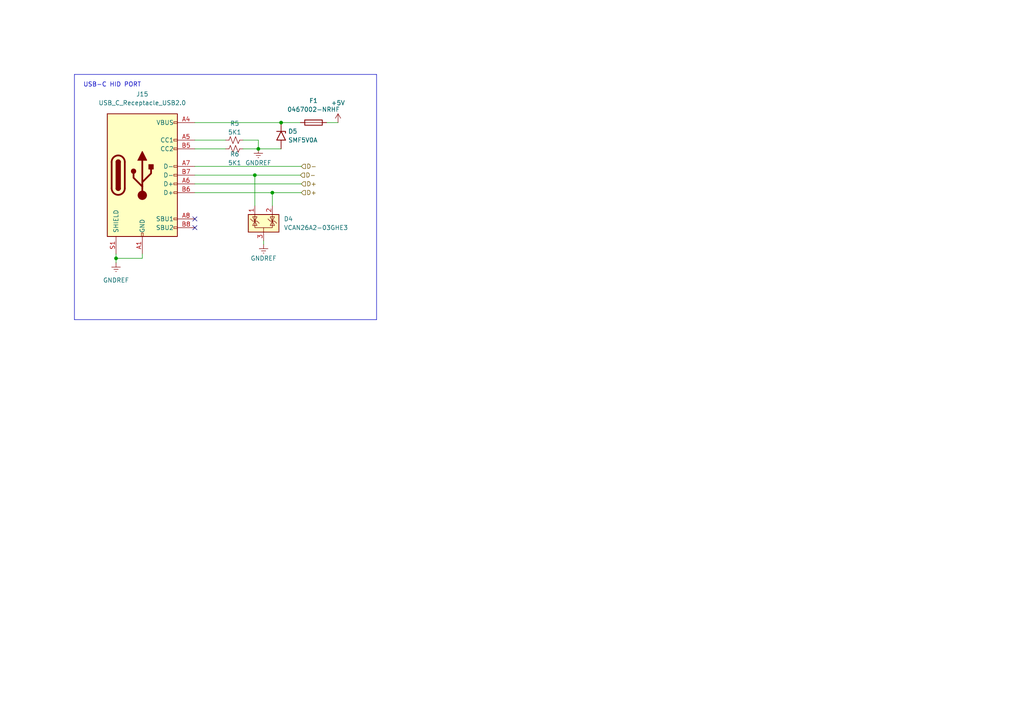
<source format=kicad_sch>
(kicad_sch (version 20230121) (generator eeschema)
  (paper "A4")
  (title_block (title "CAE32 pedals") (rev "2") (comment 1 "Desing by: janc18"))
  (lib_symbols
    (symbol "Connector:USB_C_Receptacle_USB2.0" (pin_names (offset 1.016))
      (property "Reference" "J" (at -10.16 19.05 0))
      (property "Value" "USB_C_Receptacle_USB2.0" (at 19.05 19.05 0))
      (symbol "USB_C_Receptacle_USB2.0_0_0"
        (rectangle (start -0.254 -17.78) (end 0.254 -16.764))
        (rectangle (start 10.16 -14.986) (end 9.144 -15.494))
        (rectangle (start 10.16 -12.446) (end 9.144 -12.954))
        (rectangle (start 10.16 -4.826) (end 9.144 -5.334))
        (rectangle (start 10.16 -2.286) (end 9.144 -2.794))
        (rectangle (start 10.16 0.254) (end 9.144 -0.254))
        (rectangle (start 10.16 2.794) (end 9.144 2.286))
        (rectangle (start 10.16 7.874) (end 9.144 7.366))
        (rectangle (start 10.16 10.414) (end 9.144 9.906))
        (rectangle (start 10.16 15.494) (end 9.144 14.986))
      )
      (symbol "USB_C_Receptacle_USB2.0_0_1"
        (rectangle (start -10.16 17.78) (end 10.16 -17.78) (stroke (width 0.254)) (fill (type background)))
        (arc (start -8.89 -3.81) (mid -6.985 -5.7067) (end -5.08 -3.81) (stroke (width 0.508)))
        (arc (start -7.62 -3.81) (mid -6.985 -4.4423) (end -6.35 -3.81) (stroke (width 0.254)))
        (arc (start -7.62 -3.81) (mid -6.985 -4.4423) (end -6.35 -3.81) (stroke (width 0.254)) (fill (type outline)))
        (rectangle (start -7.62 -3.81) (end -6.35 3.81) (stroke (width 0.254)) (fill (type outline)))
        (arc (start -6.35 3.81) (mid -6.985 4.4423) (end -7.62 3.81) (stroke (width 0.254)))
        (arc (start -6.35 3.81) (mid -6.985 4.4423) (end -7.62 3.81) (stroke (width 0.254)) (fill (type outline)))
        (arc (start -5.08 3.81) (mid -6.985 5.7067) (end -8.89 3.81) (stroke (width 0.508)))
        (circle (center -2.54 1.143) (radius 0.635) (stroke (width 0.254)) (fill (type outline)))
        (circle (center 0 -5.842) (radius 1.27) (fill (type outline)))
        (polyline (pts (xy -8.89 -3.81) (xy -8.89 3.81)) (stroke (width 0.508)))
        (polyline (pts (xy -5.08 3.81) (xy -5.08 -3.81)) (stroke (width 0.508)))
        (polyline (pts (xy 0 -5.842) (xy 0 4.318)) (stroke (width 0.508)))
        (polyline (pts (xy 0 -3.302) (xy -2.54 -0.762) (xy -2.54 0.508)) (stroke (width 0.508)))
        (polyline (pts (xy 0 -2.032) (xy 2.54 0.508) (xy 2.54 1.778)) (stroke (width 0.508)))
        (polyline (pts (xy -1.27 4.318) (xy 0 6.858) (xy 1.27 4.318) (xy -1.27 4.318)) (stroke (width 0.254)) (fill (type outline)))
        (rectangle (start 1.905 1.778) (end 3.175 3.048) (stroke (width 0.254)) (fill (type outline)))
      )
      (symbol "USB_C_Receptacle_USB2.0_1_1"
        (pin passive line (at 0 -22.86 90) (length 5.08) (name "GND") (number "A1"))
        (pin passive line (at 0 -22.86 90) (length 5.08) hide (name "GND") (number "A12"))
        (pin passive line (at 15.24 15.24 180) (length 5.08) (name "VBUS") (number "A4"))
        (pin bidirectional line (at 15.24 10.16 180) (length 5.08) (name "CC1") (number "A5"))
        (pin bidirectional line (at 15.24 -2.54 180) (length 5.08) (name "D+") (number "A6"))
        (pin bidirectional line (at 15.24 2.54 180) (length 5.08) (name "D-") (number "A7"))
        (pin bidirectional line (at 15.24 -12.7 180) (length 5.08) (name "SBU1") (number "A8"))
        (pin passive line (at 15.24 15.24 180) (length 5.08) hide (name "VBUS") (number "A9"))
        (pin passive line (at 0 -22.86 90) (length 5.08) hide (name "GND") (number "B1"))
        (pin passive line (at 0 -22.86 90) (length 5.08) hide (name "GND") (number "B12"))
        (pin passive line (at 15.24 15.24 180) (length 5.08) hide (name "VBUS") (number "B4"))
        (pin bidirectional line (at 15.24 7.62 180) (length 5.08) (name "CC2") (number "B5"))
        (pin bidirectional line (at 15.24 -5.08 180) (length 5.08) (name "D+") (number "B6"))
        (pin bidirectional line (at 15.24 0 180) (length 5.08) (name "D-") (number "B7"))
        (pin bidirectional line (at 15.24 -15.24 180) (length 5.08) (name "SBU2") (number "B8"))
        (pin passive line (at 15.24 15.24 180) (length 5.08) hide (name "VBUS") (number "B9"))
        (pin passive line (at -7.62 -22.86 90) (length 5.08) (name "SHIELD") (number "S1"))
      )
    )
    (symbol "Device:Fuse" (pin_numbers hide) (pin_names (offset 0))
      (property "Reference" "F" (at 2.032 0 90))
      (property "Value" "Fuse" (at -1.905 0 90))
      (symbol "Fuse_0_1"
        (rectangle (start -0.762 -2.54) (end 0.762 2.54) (stroke (width 0.254)))
        (polyline (pts (xy 0 2.54) (xy 0 -2.54)))
      )
      (symbol "Fuse_1_1"
        (pin passive line (at 0 3.81 270) (length 1.27) (name "~") (number "1"))
        (pin passive line (at 0 -3.81 90) (length 1.27) (name "~") (number "2"))
      )
    )
    (symbol "Device:R_Small_US" (pin_numbers hide) (pin_names (offset 0.254) hide)
      (property "Reference" "R" (at 0.762 0.508 0))
      (property "Value" "R_Small_US" (at 0.762 -1.016 0))
      (symbol "R_Small_US_1_1"
        (polyline (pts (xy 0 0) (xy 1.016 -0.381) (xy 0 -0.762) (xy -1.016 -1.143) (xy 0 -1.524)))
        (polyline (pts (xy 0 1.524) (xy 1.016 1.143) (xy 0 0.762) (xy -1.016 0.381) (xy 0 0)))
        (pin passive line (at 0 2.54 270) (length 1.016) (name "~") (number "1"))
        (pin passive line (at 0 -2.54 90) (length 1.016) (name "~") (number "2"))
      )
    )
    (symbol "Diode:SMF5V0A" (pin_numbers hide) (pin_names (offset 1.016) hide)
      (property "Reference" "D" (at 0 2.54 0))
      (property "Value" "SMF5V0A" (at 0 -2.54 0))
      (symbol "SMF5V0A_0_1"
        (polyline (pts (xy -0.762 1.27) (xy -1.27 1.27) (xy -1.27 -1.27)) (stroke (width 0.254)))
        (polyline (pts (xy 1.27 1.27) (xy 1.27 -1.27) (xy -1.27 0) (xy 1.27 1.27)) (stroke (width 0.254)))
      )
      (symbol "SMF5V0A_1_1"
        (pin passive line (at -3.81 0 0) (length 2.54) (name "A1") (number "1"))
        (pin passive line (at 3.81 0 180) (length 2.54) (name "A2") (number "2"))
      )
    )
    (symbol "GNDREF_1" (power) (pin_names (offset 0))
      (property "Value" "GNDREF_1" (at 0 -3.81 0))
      (symbol "GNDREF_1_0_1"
        (polyline (pts (xy -0.635 -1.905) (xy 0.635 -1.905)))
        (polyline (pts (xy -0.127 -2.54) (xy 0.127 -2.54)))
        (polyline (pts (xy 0 -1.27) (xy 0 0)))
        (polyline (pts (xy 1.27 -1.27) (xy -1.27 -1.27)))
      )
      (symbol "GNDREF_1_1_1"
        (pin power_in line (at 0 0 270) (length 0) hide (name "GNDREF") (number "1"))
      )
    )
    (symbol "Power_Protection:NUP2105L" (pin_names hide)
      (property "Reference" "D" (at 5.715 2.54 0))
      (property "Value" "NUP2105L" (at 5.715 0.635 0))
      (symbol "NUP2105L_0_0"
        (pin passive line (at 0 -5.08 90) (length 2.54) (name "A") (number "3"))
      )
      (symbol "NUP2105L_0_1"
        (rectangle (start -4.445 2.54) (end 4.445 -2.54) (stroke (width 0.254)) (fill (type background)))
        (polyline (pts (xy -2.54 2.54) (xy -2.54 0.635)))
        (polyline (pts (xy 0 -1.27) (xy 0 -2.54)))
        (polyline (pts (xy 2.54 2.54) (xy 2.54 0.635)))
        (polyline (pts (xy -3.81 1.27) (xy -3.175 0.635) (xy -1.905 0.635) (xy -1.27 0)))
        (polyline (pts (xy -2.54 0.635) (xy -2.54 -1.27) (xy 2.54 -1.27) (xy 2.54 0.635)))
        (polyline (pts (xy -2.54 0.635) (xy -1.905 -0.635) (xy -3.175 -0.635) (xy -2.54 0.635)))
        (polyline (pts (xy 2.54 0.635) (xy 1.905 -0.635) (xy 3.175 -0.635) (xy 2.54 0.635)))
        (polyline (pts (xy 2.54 0.635) (xy 3.175 1.905) (xy 1.905 1.905) (xy 2.54 0.635)))
        (polyline (pts (xy -2.54 0.635) (xy -3.175 1.905) (xy -1.905 1.905) (xy -2.54 0.635) (xy -2.54 1.27)))
        (polyline (pts (xy 1.27 1.27) (xy 1.905 0.635) (xy 2.54 0.635) (xy 3.175 0.635) (xy 3.81 0)))
      )
      (symbol "NUP2105L_1_1"
        (pin passive line (at -2.54 5.08 270) (length 2.54) (name "K") (number "1"))
        (pin passive line (at 2.54 5.08 270) (length 2.54) (name "K") (number "2"))
      )
    )
    (symbol "power:+5V" (power) (pin_names (offset 0))
      (property "Value" "+5V" (at 0 3.556 0))
      (symbol "+5V_0_1"
        (polyline (pts (xy -0.762 1.27) (xy 0 2.54)))
        (polyline (pts (xy 0 0) (xy 0 2.54)))
        (polyline (pts (xy 0 2.54) (xy 0.762 1.27)))
      )
      (symbol "+5V_1_1"
        (pin power_in line (at 0 0 90) (length 0) hide (name "+5V") (number "1"))
      )
    )
  )
  (junction (at 74.93 43.18))
  (junction (at 78.994 55.88))
  (junction (at 81.534 35.56))
  (junction (at 33.655 74.93))
  (junction (at 73.914 50.8))
  (no_connect (at 56.515 66.04))
  (no_connect (at 56.515 63.5))
  (wire (pts (xy 78.994 55.88) (xy 87.376 55.88)))
  (wire (pts (xy 74.93 43.18) (xy 81.534 43.18)))
  (wire (pts (xy 70.485 40.64) (xy 74.93 40.64)))
  (wire (pts (xy 74.93 40.64) (xy 74.93 43.18)))
  (polyline (pts (xy 21.59 21.59) (xy 21.59 92.71)))
  (wire (pts (xy 81.534 35.56) (xy 87.122 35.56)))
  (wire (pts (xy 56.515 35.56) (xy 81.534 35.56)))
  (wire (pts (xy 56.515 53.34) (xy 87.376 53.34)))
  (wire (pts (xy 73.914 50.8) (xy 73.914 59.69)))
  (wire (pts (xy 33.655 73.66) (xy 33.655 74.93)))
  (polyline (pts (xy 109.22 21.59) (xy 109.22 92.71)))
  (wire (pts (xy 70.485 43.18) (xy 74.93 43.18)))
  (wire (pts (xy 33.655 74.93) (xy 41.275 74.93)))
  (wire (pts (xy 78.994 55.88) (xy 78.994 59.69)))
  (wire (pts (xy 94.742 35.56) (xy 98.044 35.56)))
  (wire (pts (xy 56.515 40.64) (xy 65.405 40.64)))
  (polyline (pts (xy 21.59 21.59) (xy 109.22 21.59)))
  (polyline (pts (xy 109.22 92.71) (xy 21.59 92.71)))
  (wire (pts (xy 56.515 50.8) (xy 73.914 50.8)))
  (wire (pts (xy 41.275 73.66) (xy 41.275 74.93)))
  (wire (pts (xy 73.914 50.8) (xy 87.122 50.8)))
  (wire (pts (xy 56.515 43.18) (xy 65.405 43.18)))
  (wire (pts (xy 56.515 55.88) (xy 78.994 55.88)))
  (wire (pts (xy 56.515 48.26) (xy 87.376 48.26)))
  (wire (pts (xy 33.655 74.93) (xy 33.655 76.2)))
  (wire (pts (xy 76.454 69.85) (xy 76.454 70.866)))
  (text "USB-C HID PORT\n" (at 24.13 25.4 0) (effects (font (size 1.27 1.27)) (justify left bottom)))
  (hierarchical_label "D-" (shape input) (at 87.376 48.26 0))
  (hierarchical_label "D-" (shape input) (at 87.122 50.8 0))
  (hierarchical_label "D+" (shape input) (at 87.376 55.88 0))
  (hierarchical_label "D+" (shape input) (at 87.376 53.34 0))
  (symbol (lib_name "GNDREF_1") (lib_id "power:GNDREF") (at 76.454 70.866 0) (unit 1)
    (property "Reference" "#PWR043" (effects hide))
    (property "Value" "GNDREF" (at 76.454 74.93 0))
  )
  (symbol (lib_name "GNDREF_1") (lib_id "power:GNDREF") (at 33.655 76.2 0) (unit 1)
    (property "Reference" "#PWR041" (effects hide))
    (property "Value" "GNDREF" (at 33.655 81.28 0))
  )
  (symbol (lib_id "Connector:USB_C_Receptacle_USB2.0") (at 41.275 50.8 0) (unit 1)
    (property "Reference" "J15" (at 41.275 27.305 0))
    (property "Value" "USB_C_Receptacle_USB2.0" (at 41.275 29.845 0))
    (property "Footprint" "Connector_USB:USB_C_Receptacle_HRO_TYPE-C-31-M-12" (effects hide))
    (property "Datasheet" "https://www.usb.org/sites/default/files/documents/usb_type-c.zip" (effects hide))
    (property "Qty" "1" (effects hide))
    (property "Vendor" "C2765186" (effects hide))
  )
  (symbol (lib_name "GNDREF_1") (lib_id "power:GNDREF") (at 74.93 43.18 0) (unit 1)
    (property "Reference" "#PWR042" (effects hide))
    (property "Value" "GNDREF" (at 74.93 47.244 0))
  )
  (symbol (lib_id "Device:R_Small_US") (at 67.945 40.64 90) (unit 1)
    (property "Reference" "R5" (at 68.072 35.814 90))
    (property "Value" "5K1" (at 68.072 38.354 90))
    (property "Footprint" "Resistor_SMD:R_0603_1608Metric" (effects hide))
    (property "Qty" "2" (effects hide))
    (property "Vendor" "C23186" (effects hide))
  )
  (symbol (lib_id "Power_Protection:NUP2105L") (at 76.454 64.77 0) (unit 1)
    (property "Reference" "D4" (at 82.296 63.4999 0) (effects (justify left)))
    (property "Value" "VCAN26A2-03GHE3" (at 82.296 66.0399 0) (effects (justify left)))
    (property "Footprint" "Package_TO_SOT_SMD:SOT-323_SC-70" (effects hide))
    (property "Datasheet" "https://datasheet.lcsc.com/lcsc/1912111437_Vishay-Intertech-VCAN26A2-03GHE3-08_C413455.pdf" (effects hide))
    (property "LCSC_PART" "C413455" (effects hide))
    (property "Item" "C413455" (effects hide))
    (property "Qty" "1" (effects hide))
    (property "Vendor" "C413455" (effects hide))
  )
  (symbol (lib_id "Diode:SMF5V0A") (at 81.534 39.37 270) (unit 1)
    (property "Reference" "D5" (at 83.566 38.0999 90) (effects (justify left)))
    (property "Value" "SMF5V0A" (at 83.566 40.6399 90) (effects (justify left)))
    (property "Footprint" "Diode_SMD:D_SOD-123" (effects hide))
    (property "Datasheet" "https://datasheet.lcsc.com/lcsc/2010262036_FUXINSEMI-SMF5-0A_C908213.pdf" (effects hide))
    (property "LCSC_PART" "C908213" (effects hide))
    (property "Item" "C908213" (effects hide))
    (property "Qty" "1" (effects hide))
    (property "Vendor" "C908213" (effects hide))
  )
  (symbol (lib_id "Device:R_Small_US") (at 67.945 43.18 90) (unit 1)
    (property "Reference" "R6" (at 68.072 44.704 90))
    (property "Value" "5K1" (at 68.072 47.244 90))
    (property "Footprint" "Resistor_SMD:R_0603_1608Metric" (effects hide))
    (property "Qty" "2" (effects hide))
    (property "Vendor" "C23186" (effects hide))
  )
  (symbol (lib_id "Device:Fuse") (at 90.932 35.56 90) (unit 1)
    (property "Reference" "F1" (at 90.932 29.21 90))
    (property "Value" "0467002-NRHF" (at 90.932 31.75 90))
    (property "Footprint" "Fuse:Fuse_0603_1608Metric" (effects hide))
    (property "Vendor" "C187605" (effects hide))
  )
  (symbol (lib_id "power:+5V") (at 98.044 35.56 0) (unit 1)
    (property "Reference" "#PWR044" (effects hide))
    (property "Value" "+5V" (at 98.044 29.845 0))
  )
)
</source>
